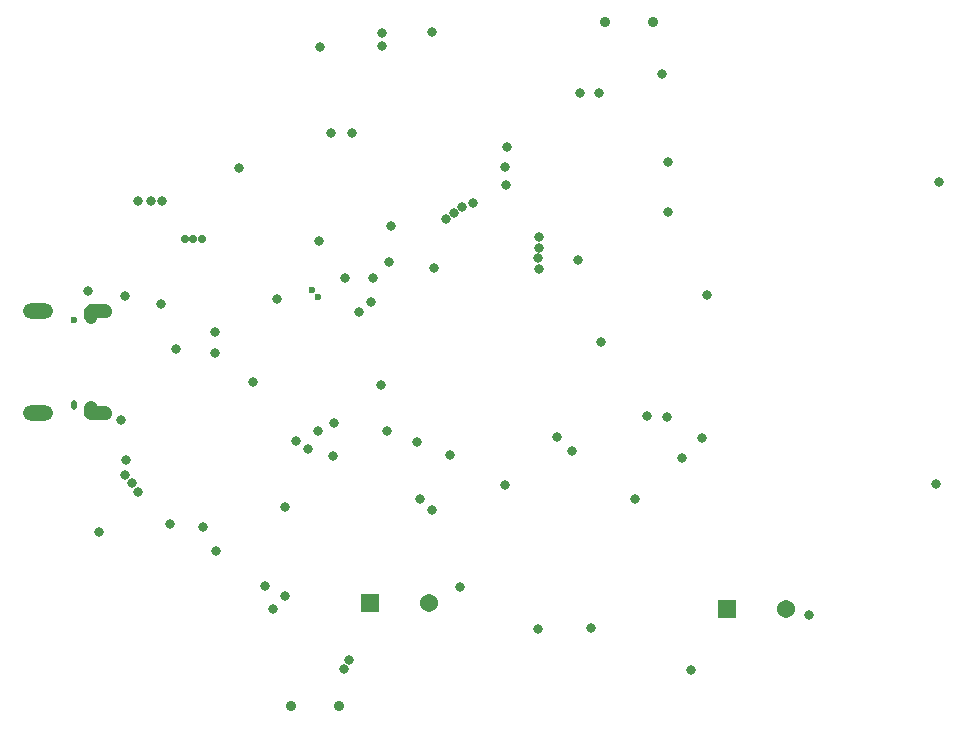
<source format=gbr>
%TF.GenerationSoftware,Altium Limited,Altium Designer,25.3.3 (18)*%
G04 Layer_Color=16711935*
%FSLAX45Y45*%
%MOMM*%
%TF.SameCoordinates,C60B5D50-6102-498E-8A7F-52ABF2EF578F*%
%TF.FilePolarity,Negative*%
%TF.FileFunction,Soldermask,Bot*%
%TF.Part,Single*%
G01*
G75*
%TA.AperFunction,SMDPad,CuDef*%
%ADD35C,1.20655*%
%TA.AperFunction,ComponentPad*%
%ADD58C,0.90000*%
G04:AMPARAMS|DCode=59|XSize=1.25mm|YSize=0.6mm|CornerRadius=0.3mm|HoleSize=0mm|Usage=FLASHONLY|Rotation=90.000|XOffset=0mm|YOffset=0mm|HoleType=Round|Shape=RoundedRectangle|*
%AMROUNDEDRECTD59*
21,1,1.25000,0.00000,0,0,90.0*
21,1,0.65000,0.60000,0,0,90.0*
1,1,0.60000,0.00000,0.32500*
1,1,0.60000,0.00000,-0.32500*
1,1,0.60000,0.00000,-0.32500*
1,1,0.60000,0.00000,0.32500*
%
%ADD59ROUNDEDRECTD59*%
G04:AMPARAMS|DCode=60|XSize=2.6mm|YSize=1.3mm|CornerRadius=0.65mm|HoleSize=0mm|Usage=FLASHONLY|Rotation=180.000|XOffset=0mm|YOffset=0mm|HoleType=Round|Shape=RoundedRectangle|*
%AMROUNDEDRECTD60*
21,1,2.60000,0.00000,0,0,180.0*
21,1,1.30000,1.30000,0,0,180.0*
1,1,1.30000,-0.65000,0.00000*
1,1,1.30000,0.65000,0.00000*
1,1,1.30000,0.65000,0.00000*
1,1,1.30000,-0.65000,0.00000*
%
%ADD60ROUNDEDRECTD60*%
G04:AMPARAMS|DCode=61|XSize=0.6mm|YSize=1.9mm|CornerRadius=0.3mm|HoleSize=0mm|Usage=FLASHONLY|Rotation=90.000|XOffset=0mm|YOffset=0mm|HoleType=Round|Shape=RoundedRectangle|*
%AMROUNDEDRECTD61*
21,1,0.60000,1.30000,0,0,90.0*
21,1,0.00000,1.90000,0,0,90.0*
1,1,0.60000,0.65000,0.00000*
1,1,0.60000,0.65000,0.00000*
1,1,0.60000,-0.65000,0.00000*
1,1,0.60000,-0.65000,0.00000*
%
%ADD61ROUNDEDRECTD61*%
%ADD62C,0.60000*%
G04:AMPARAMS|DCode=63|XSize=0.85mm|YSize=0.5mm|CornerRadius=0.25mm|HoleSize=0mm|Usage=FLASHONLY|Rotation=270.000|XOffset=0mm|YOffset=0mm|HoleType=Round|Shape=RoundedRectangle|*
%AMROUNDEDRECTD63*
21,1,0.85000,0.00000,0,0,270.0*
21,1,0.35000,0.50000,0,0,270.0*
1,1,0.50000,0.00000,-0.17500*
1,1,0.50000,0.00000,0.17500*
1,1,0.50000,0.00000,0.17500*
1,1,0.50000,0.00000,-0.17500*
%
%ADD63ROUNDEDRECTD63*%
%ADD64C,1.54060*%
%ADD65R,1.54060X1.54060*%
%TA.AperFunction,ViaPad*%
%ADD66C,0.60000*%
%ADD91C,0.80320*%
%ADD92C,0.70320*%
G36*
X6485691Y7162261D02*
X6500796Y7149903D01*
X6510727Y7133102D01*
X6512500Y7123507D01*
X6512501Y7123507D01*
X6572500Y7123507D01*
X6584435D01*
X6606487Y7114372D01*
X6623366Y7097494D01*
X6632500Y7075442D01*
Y7051572D01*
X6623366Y7029520D01*
X6606487Y7012641D01*
X6584435Y7003507D01*
X6572500D01*
X6572500Y7003507D01*
X6462500Y7003507D01*
X6450565D01*
X6428513Y7012641D01*
X6411634Y7029520D01*
X6402500Y7051572D01*
X6402500Y7063507D01*
X6402500Y7063508D01*
X6402500Y7123507D01*
X6404273Y7133103D01*
X6414205Y7149903D01*
X6429310Y7162261D01*
X6447744Y7168668D01*
X6457501Y7168506D01*
X6467257Y7168668D01*
X6485691Y7162261D01*
D02*
G37*
G36*
X6606492Y7978355D02*
X6623370Y7961477D01*
X6632505Y7939425D01*
Y7915555D01*
X6623370Y7893503D01*
X6606492Y7876624D01*
X6584439Y7867490D01*
X6572505D01*
X6512504Y7867490D01*
X6512505Y7867489D01*
X6510732Y7857893D01*
X6500800Y7841093D01*
X6485696Y7828735D01*
X6467262Y7822327D01*
X6457505Y7822490D01*
X6457505Y7822490D01*
X6447749Y7822328D01*
X6429314Y7828735D01*
X6414209Y7841094D01*
X6404278Y7857894D01*
X6402505Y7867489D01*
Y7927489D01*
X6402504Y7939424D01*
X6411639Y7961477D01*
X6428517Y7978355D01*
X6450570Y7987489D01*
X6462504D01*
X6572505Y7987490D01*
X6584439D01*
X6606492Y7978355D01*
D02*
G37*
D35*
X6469535Y7920459D02*
D03*
X6469531Y7070538D02*
D03*
D58*
X10812500Y10375000D02*
D03*
X11212500D02*
D03*
X8555000Y4582500D02*
D03*
X8155000D02*
D03*
D59*
X6452500Y7895000D02*
D03*
X6452500Y7096000D02*
D03*
D60*
X6012500Y7063500D02*
D03*
Y7927500D02*
D03*
D61*
X6517500D02*
D03*
Y7063500D02*
D03*
D62*
X6317500Y7855500D02*
D03*
D63*
Y7135500D02*
D03*
D64*
X12340190Y5407500D02*
D03*
X9322690Y5455000D02*
D03*
D65*
X11839810Y5407500D02*
D03*
X8822310Y5455000D02*
D03*
D66*
X8326716Y8108284D02*
D03*
X8383284Y8051716D02*
D03*
D91*
X8640000Y4977500D02*
D03*
X8602500Y4897500D02*
D03*
X8827500Y8006992D02*
D03*
X7047500Y7990000D02*
D03*
X13612500Y6467500D02*
D03*
X11677500Y8067500D02*
D03*
X7402500Y6097500D02*
D03*
X7517500Y5895000D02*
D03*
X8000000Y5410000D02*
D03*
X8102500Y5517500D02*
D03*
X6525000Y6057500D02*
D03*
X7510804Y7571696D02*
D03*
X7510000Y7755000D02*
D03*
X11340000Y8767500D02*
D03*
X11347500Y9192500D02*
D03*
X13637500Y9025000D02*
D03*
X6860000Y6397500D02*
D03*
X6805000Y6475000D02*
D03*
X6747500Y6545000D02*
D03*
X6757500Y6665000D02*
D03*
X8101317Y6266183D02*
D03*
X7930000Y5597500D02*
D03*
X9347500Y6242500D02*
D03*
X9245000Y6340000D02*
D03*
X11465000Y6687500D02*
D03*
X11627500Y6852500D02*
D03*
X8030000Y8032500D02*
D03*
X8607500Y8205000D02*
D03*
X8515000Y6985000D02*
D03*
X8510000Y6700000D02*
D03*
X8730000Y7920000D02*
D03*
X9220000Y6822500D02*
D03*
X8910000Y7302500D02*
D03*
X8965000Y6917500D02*
D03*
X8380000D02*
D03*
X8295000Y6765000D02*
D03*
X8195000Y6830000D02*
D03*
X7062500Y8857500D02*
D03*
X6962500Y8860000D02*
D03*
X6855000Y8857500D02*
D03*
X10248462Y8553462D02*
D03*
X8392500Y8522500D02*
D03*
X7830000Y7330000D02*
D03*
X10245000Y8377500D02*
D03*
X10247500Y8462500D02*
D03*
X9690000Y8842500D02*
D03*
X9599186Y8813315D02*
D03*
X9534676Y8760324D02*
D03*
X9467340Y8710160D02*
D03*
X9365000Y8290000D02*
D03*
X8920000Y10170000D02*
D03*
X8980000Y8345000D02*
D03*
X8842500Y8207500D02*
D03*
X10755000Y9775000D02*
D03*
X10600000Y9777500D02*
D03*
X9962500Y6460000D02*
D03*
X9498297Y6711702D02*
D03*
X9585000Y5590000D02*
D03*
X7712500Y9140000D02*
D03*
X8920000Y10285000D02*
D03*
X8400000Y10167500D02*
D03*
X9347500Y10290000D02*
D03*
X9982500Y9317500D02*
D03*
X11292500Y9932500D02*
D03*
X10772500Y7665000D02*
D03*
X10247500Y8287500D02*
D03*
X10585000Y8357500D02*
D03*
X8997500Y8647500D02*
D03*
X10405962Y6860962D02*
D03*
X10527500Y6742500D02*
D03*
X12535000Y5357500D02*
D03*
X11535000Y4892500D02*
D03*
X10687500Y5247500D02*
D03*
X10245000Y5240000D02*
D03*
X7130000Y6127500D02*
D03*
X11165000Y7040000D02*
D03*
X11332500Y7035000D02*
D03*
X11065000Y6337500D02*
D03*
X6435000Y8102500D02*
D03*
X6712500Y7007500D02*
D03*
X6742500Y8052500D02*
D03*
X7180000Y7607500D02*
D03*
X9967424Y9152500D02*
D03*
X9967500Y8997500D02*
D03*
X8670000Y9435049D02*
D03*
X8492500Y9437362D02*
D03*
D92*
X7325000Y8542500D02*
D03*
X7400000D02*
D03*
X7249999D02*
D03*
%TF.MD5,9e38a4da67690044bed5c9ee84f735c4*%
M02*

</source>
